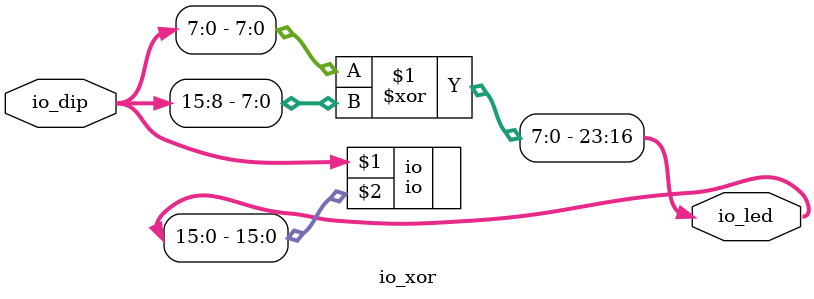
<source format=sv>
module io_xor(input [15:0] io_dip, output [23:0] io_led);
    io io(io_dip[15:0], io_led[15:0]);

    assign io_led[23:16] = io_dip[7:0] ^ io_dip[15:8];
endmodule

</source>
